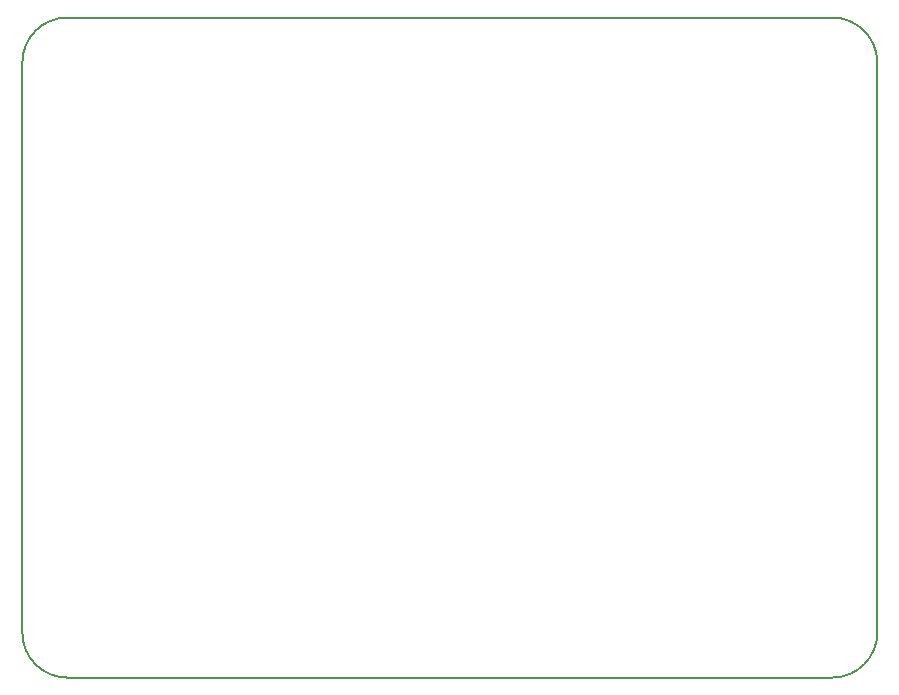
<source format=gm1>
G04 #@! TF.FileFunction,Profile,NP*
%FSLAX46Y46*%
G04 Gerber Fmt 4.6, Leading zero omitted, Abs format (unit mm)*
G04 Created by KiCad (PCBNEW 4.0.7-e2-6376~58~ubuntu14.04.1) date Fri Nov 10 06:08:14 2017*
%MOMM*%
%LPD*%
G01*
G04 APERTURE LIST*
%ADD10C,0.100000*%
%ADD11C,0.150000*%
G04 APERTURE END LIST*
D10*
D11*
X141605000Y-140335000D02*
X206375000Y-140335000D01*
X210185000Y-136525000D02*
X210185000Y-88265000D01*
X206375000Y-140335000D02*
G75*
G03X210185000Y-136525000I0J3810000D01*
G01*
X210185000Y-88265000D02*
G75*
G03X206375000Y-84455000I-3810000J0D01*
G01*
X141605000Y-84455000D02*
X206375000Y-84455000D01*
X137795000Y-136525000D02*
G75*
G03X141605000Y-140335000I3810000J0D01*
G01*
X137795000Y-95250000D02*
X137795000Y-136525000D01*
X137795000Y-88265000D02*
X137795000Y-95250000D01*
X141605000Y-84455000D02*
G75*
G03X137795000Y-88265000I0J-3810000D01*
G01*
M02*

</source>
